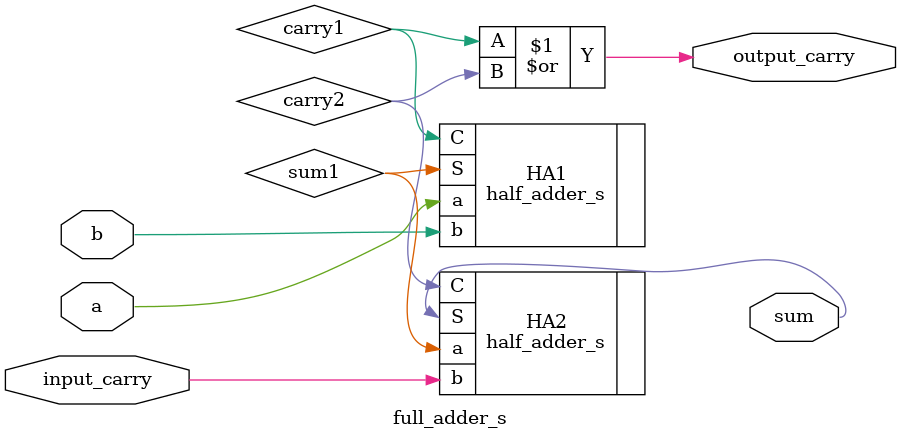
<source format=v>
module full_adder_s (
    input a, b, input_carry,
    output output_carry, sum
);
    wire carry1, carry2, sum1;
    half_adder_s HA1 (
        .a(a),
        .b(b),
        .S(sum1),
        .C(carry1)
    );
    half_adder_s HA2 (
        .a(sum1),
        .b(input_carry),
        .S(sum),
        .C(carry2)
    );
    or (output_carry, carry1, carry2);
endmodule
</source>
